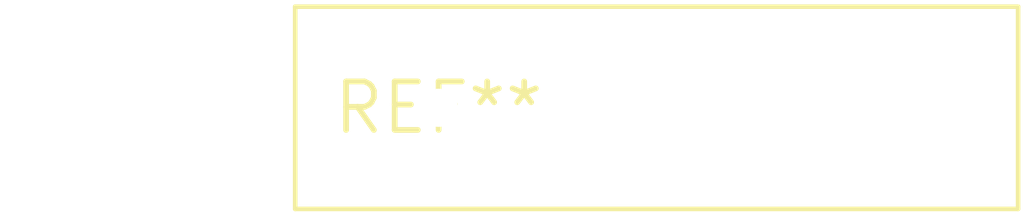
<source format=kicad_pcb>
(kicad_pcb (version 20240108) (generator pcbnew)
  (layers (0 "F.Cu" signal) (31 "B.Cu" signal) (34 "B.Paste" user) (35 "F.Paste" user) (36 "B.SilkS" user "B.Silkscreen") (37 "F.SilkS" user "F.Silkscreen") (38 "B.Mask" user) (39 "F.Mask" user) (44 "Edge.Cuts" user))
  (net 0 "")
  (footprint "Fuse_Littelfuse-LVR100" (layer "F.Cu") (at 0 0)
    (property "Reference" "REF**")
    (property "Value" "Fuse_Littelfuse-LVR100")
    (fp_line (start -3.75 -2.65) (end -3.75 2.65) (layer "F.SilkS") (stroke (width 0.12)))
    (fp_line (start -3.75 -2.65) (end 15.15 -2.65) (layer "F.SilkS") (stroke (width 0.12)))
    (fp_line (start 15.15 2.65) (end -3.75 2.65) (layer "F.SilkS") (stroke (width 0.12)))
    (fp_line (start 15.15 2.65) (end 15.15 -2.65) (layer "F.SilkS") (stroke (width 0.12)))
    (pad "1" thru_hole circle (at 0 0) (size 2 2) (drill 1) (layers *.Cu *.Mask) (remove_unused_layers))
    (pad "2" thru_hole circle (at 11.4 0) (size 2 2) (drill 1) (layers *.Cu *.Mask) (remove_unused_layers))
  )
)
</source>
